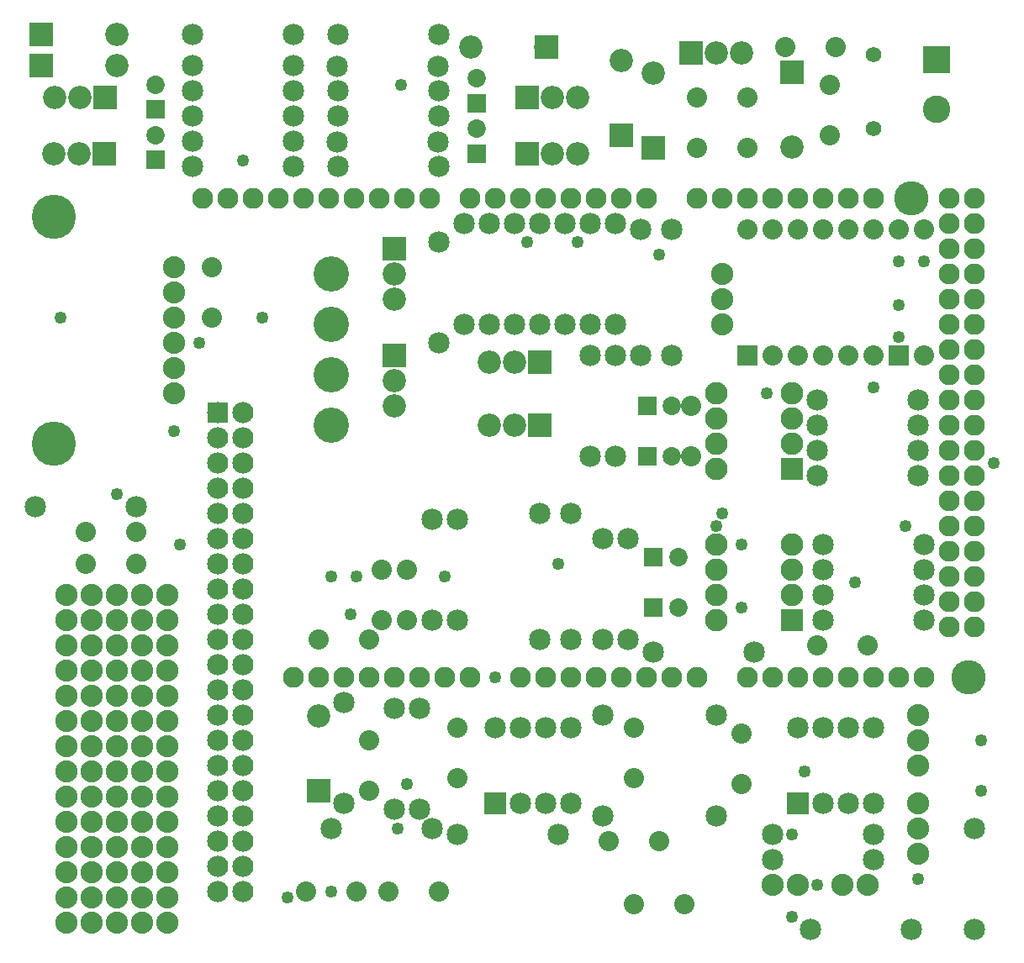
<source format=gbs>
G04 MADE WITH FRITZING*
G04 WWW.FRITZING.ORG*
G04 DOUBLE SIDED*
G04 HOLES PLATED*
G04 CONTOUR ON CENTER OF CONTOUR VECTOR*
%ASAXBY*%
%FSLAX23Y23*%
%MOIN*%
%OFA0B0*%
%SFA1.0B1.0*%
%ADD10C,0.049370*%
%ADD11C,0.080000*%
%ADD12C,0.085000*%
%ADD13C,0.088000*%
%ADD14C,0.140000*%
%ADD15C,0.084000*%
%ADD16C,0.082917*%
%ADD17C,0.135984*%
%ADD18C,0.175354*%
%ADD19C,0.092000*%
%ADD20C,0.061496*%
%ADD21C,0.089370*%
%ADD22C,0.072992*%
%ADD23C,0.109055*%
%ADD24R,0.080000X0.080000*%
%ADD25R,0.085000X0.085000*%
%ADD26R,0.084000X0.084000*%
%ADD27R,0.092000X0.092000*%
%ADD28R,0.089370X0.089370*%
%ADD29R,0.072992X0.072992*%
%ADD30R,0.109055X0.109055*%
%LNMASK0*%
G90*
G70*
G54D10*
X3491Y2878D03*
X3491Y2703D03*
X3491Y2578D03*
X3066Y603D03*
X3116Y853D03*
X3591Y2878D03*
X2216Y2953D03*
X2016Y2953D03*
X966Y2653D03*
X716Y2553D03*
X391Y1953D03*
X616Y2203D03*
X641Y1753D03*
X2866Y1753D03*
X2966Y2353D03*
X3391Y2378D03*
X1502Y628D03*
G54D11*
X3591Y3003D03*
X3591Y2503D03*
X3491Y3003D03*
X3491Y2503D03*
X3391Y3003D03*
X3391Y2503D03*
X3291Y3003D03*
X3291Y2503D03*
X3191Y3003D03*
X3191Y2503D03*
X3091Y3003D03*
X3091Y2503D03*
X2991Y3003D03*
X2991Y2503D03*
X2891Y3003D03*
X2891Y2503D03*
G54D10*
X3866Y2078D03*
X1516Y3578D03*
X3166Y403D03*
X3816Y978D03*
X3816Y778D03*
X891Y3278D03*
X1541Y803D03*
X1891Y1228D03*
G54D12*
X3791Y228D03*
X3791Y628D03*
X3141Y228D03*
X3541Y228D03*
G54D13*
X191Y1553D03*
X291Y1553D03*
X391Y1553D03*
X491Y1553D03*
X591Y1553D03*
X191Y253D03*
X291Y253D03*
X391Y253D03*
X491Y253D03*
X591Y253D03*
X191Y853D03*
X191Y1153D03*
X191Y353D03*
X191Y1353D03*
X191Y1253D03*
X191Y1053D03*
X191Y753D03*
X191Y453D03*
X191Y953D03*
X191Y1453D03*
X191Y653D03*
X191Y553D03*
X291Y853D03*
X291Y1153D03*
X291Y353D03*
X291Y1353D03*
X291Y1253D03*
X291Y1053D03*
X291Y753D03*
X291Y453D03*
X291Y953D03*
X291Y1453D03*
X291Y653D03*
X291Y553D03*
X391Y853D03*
X391Y1153D03*
X391Y353D03*
X391Y1353D03*
X391Y1253D03*
X391Y1053D03*
X391Y753D03*
X391Y453D03*
X391Y953D03*
X391Y1453D03*
X391Y653D03*
X391Y553D03*
X491Y853D03*
X491Y1153D03*
X491Y353D03*
X491Y1353D03*
X491Y1253D03*
X491Y1053D03*
X491Y753D03*
X491Y453D03*
X491Y953D03*
X491Y1453D03*
X491Y653D03*
X491Y553D03*
X591Y353D03*
X591Y453D03*
X591Y553D03*
X591Y653D03*
X591Y753D03*
X591Y853D03*
X591Y953D03*
X591Y1053D03*
X591Y1153D03*
X591Y1253D03*
X591Y1353D03*
X591Y1453D03*
G54D12*
X1891Y728D03*
X1891Y1028D03*
X1991Y728D03*
X1991Y1028D03*
X2091Y728D03*
X2091Y1028D03*
X2191Y728D03*
X2191Y1028D03*
G54D14*
X1241Y2628D03*
X1241Y2828D03*
X1241Y2428D03*
X1241Y2228D03*
G54D10*
X1316Y1478D03*
X3316Y1603D03*
X2866Y1503D03*
X2141Y1678D03*
X1691Y1628D03*
X1241Y378D03*
X1066Y353D03*
X166Y2653D03*
X3566Y428D03*
X2541Y2903D03*
X3066Y278D03*
X2791Y1878D03*
X2766Y1828D03*
X1241Y1628D03*
X1341Y1628D03*
X3516Y1828D03*
G54D12*
X3091Y728D03*
X3091Y1028D03*
X3191Y728D03*
X3191Y1028D03*
X3291Y728D03*
X3291Y1028D03*
X3391Y728D03*
X3391Y1028D03*
G54D15*
X891Y2278D03*
X891Y2178D03*
X891Y2078D03*
X891Y1978D03*
X891Y1878D03*
X891Y1778D03*
X891Y1678D03*
X891Y1578D03*
X891Y1478D03*
X891Y1378D03*
X891Y1278D03*
X891Y1178D03*
X891Y1078D03*
X891Y978D03*
X891Y878D03*
X891Y778D03*
X891Y678D03*
X891Y578D03*
X891Y478D03*
X891Y378D03*
X791Y2278D03*
X791Y2178D03*
X791Y2078D03*
X791Y1978D03*
X791Y1878D03*
X791Y1778D03*
X791Y1678D03*
X791Y1578D03*
X791Y1478D03*
X791Y1378D03*
X791Y1278D03*
X791Y1178D03*
X791Y1078D03*
X791Y978D03*
X791Y878D03*
X791Y778D03*
X791Y678D03*
X791Y578D03*
X791Y478D03*
X791Y378D03*
G54D16*
X2991Y1228D03*
X1391Y1228D03*
X3091Y1228D03*
X3191Y1228D03*
X3291Y1228D03*
X3391Y1228D03*
X3691Y2628D03*
X3491Y1228D03*
X3591Y1228D03*
X1431Y3128D03*
X1991Y1228D03*
X2091Y1228D03*
X2191Y1228D03*
X2291Y1228D03*
X3691Y1828D03*
X2391Y1228D03*
X2491Y1228D03*
X2591Y1228D03*
X2691Y1228D03*
X2191Y3128D03*
X3691Y3028D03*
X3691Y2228D03*
X3691Y1428D03*
X1031Y3128D03*
X1791Y1228D03*
X1791Y3128D03*
X3691Y2828D03*
X3691Y2428D03*
X3691Y2028D03*
X3391Y3128D03*
X3691Y1628D03*
X3291Y3128D03*
X3191Y3128D03*
X3091Y3128D03*
X2991Y3128D03*
X2891Y3128D03*
X2791Y3128D03*
X2691Y3128D03*
X831Y3128D03*
X1231Y3128D03*
X1631Y3128D03*
X1191Y1228D03*
X1591Y1228D03*
X2391Y3128D03*
X1991Y3128D03*
X3691Y3128D03*
X3691Y2928D03*
X3691Y2728D03*
X3691Y2528D03*
X3691Y2328D03*
X3691Y2128D03*
X3691Y1928D03*
X3691Y1728D03*
X3691Y1528D03*
X731Y3128D03*
X931Y3128D03*
X1131Y3128D03*
X1331Y3128D03*
X1531Y3128D03*
X1091Y1228D03*
X1291Y1228D03*
X1491Y1228D03*
X1691Y1228D03*
X2491Y3128D03*
X2291Y3128D03*
X2091Y3128D03*
X1891Y3128D03*
X3791Y3128D03*
X3791Y3028D03*
X3791Y2928D03*
X3791Y2828D03*
X3791Y2728D03*
X3791Y2628D03*
X3791Y2528D03*
X3791Y2428D03*
X3791Y2328D03*
X3791Y2228D03*
X3791Y2128D03*
X3791Y2028D03*
X3791Y1928D03*
X3791Y1828D03*
X3791Y1728D03*
X3791Y1628D03*
X3791Y1528D03*
X3791Y1428D03*
X2891Y1228D03*
G54D17*
X3766Y1228D03*
X3541Y3128D03*
G54D18*
X141Y3053D03*
G54D19*
X1491Y2503D03*
X1491Y2403D03*
X1491Y2303D03*
X2066Y2478D03*
X1966Y2478D03*
X1866Y2478D03*
X1491Y2928D03*
X1491Y2828D03*
X1491Y2728D03*
X2066Y2228D03*
X1966Y2228D03*
X1866Y2228D03*
G54D11*
X1191Y1378D03*
X1391Y1378D03*
G54D12*
X1291Y728D03*
X1291Y1128D03*
G54D19*
X2516Y3328D03*
X2516Y3626D03*
G54D12*
X466Y1903D03*
X66Y1903D03*
G54D18*
X141Y2153D03*
G54D13*
X616Y2853D03*
X616Y2753D03*
X616Y2653D03*
X616Y2553D03*
X616Y2453D03*
X616Y2353D03*
X3566Y528D03*
X3566Y628D03*
X3566Y728D03*
X3566Y1078D03*
X3566Y978D03*
X3566Y878D03*
X2791Y2828D03*
X2791Y2728D03*
X2791Y2628D03*
G54D12*
X2991Y603D03*
X3391Y603D03*
X2991Y503D03*
X3391Y503D03*
G54D13*
X2991Y403D03*
X3091Y403D03*
X3266Y403D03*
X3366Y403D03*
G54D12*
X3591Y1453D03*
X3191Y1453D03*
X2366Y3028D03*
X2366Y2628D03*
X2266Y3028D03*
X2266Y2628D03*
X3566Y2028D03*
X3166Y2028D03*
X3591Y1753D03*
X3191Y1753D03*
X2166Y3028D03*
X2166Y2628D03*
X1666Y2953D03*
X1666Y2553D03*
X3566Y2328D03*
X3166Y2328D03*
G54D19*
X2666Y3703D03*
X2766Y3703D03*
X2866Y3703D03*
G54D11*
X3041Y3728D03*
X3241Y3728D03*
X2891Y3528D03*
X2891Y3328D03*
X3216Y3378D03*
X3216Y3578D03*
X2691Y3528D03*
X2691Y3328D03*
G54D19*
X3066Y3628D03*
X3066Y3330D03*
G54D20*
X3391Y3403D03*
X3391Y3698D03*
G54D21*
X3066Y1453D03*
X2766Y1453D03*
X3066Y1553D03*
X2766Y1553D03*
X3066Y1653D03*
X2766Y1653D03*
X3066Y1753D03*
X2766Y1753D03*
X3066Y2053D03*
X2766Y2053D03*
X3066Y2153D03*
X2766Y2153D03*
X3066Y2253D03*
X2766Y2253D03*
X3066Y2353D03*
X2766Y2353D03*
G54D12*
X3591Y1553D03*
X3191Y1553D03*
X1866Y3028D03*
X1866Y2628D03*
X1966Y3028D03*
X1966Y2628D03*
X3566Y2128D03*
X3166Y2128D03*
X3591Y1653D03*
X3191Y1653D03*
X2066Y3028D03*
X2066Y2628D03*
X1766Y3028D03*
X1766Y2628D03*
X3566Y2228D03*
X3166Y2228D03*
G54D11*
X3366Y1353D03*
X3166Y1353D03*
G54D12*
X2066Y1378D03*
X2066Y1878D03*
G54D11*
X2666Y2103D03*
X2666Y2303D03*
G54D12*
X2591Y2503D03*
X2591Y3003D03*
X2191Y1878D03*
X2191Y1378D03*
X2466Y3003D03*
X2466Y2503D03*
X2416Y1778D03*
X2416Y1378D03*
X2266Y2103D03*
X2266Y2503D03*
X2316Y1778D03*
X2316Y1378D03*
X2366Y2103D03*
X2366Y2503D03*
G54D22*
X2518Y1703D03*
X2616Y1703D03*
X2493Y2303D03*
X2591Y2303D03*
X2518Y1503D03*
X2616Y1503D03*
X2493Y2103D03*
X2591Y2103D03*
G54D12*
X1741Y1853D03*
X1741Y1453D03*
X2141Y603D03*
X1741Y603D03*
X1641Y628D03*
X1241Y628D03*
G54D11*
X1741Y828D03*
X1741Y1028D03*
X1666Y378D03*
X1466Y378D03*
X1391Y778D03*
X1391Y978D03*
X1341Y378D03*
X1141Y378D03*
G54D12*
X1591Y703D03*
X1591Y1103D03*
X1491Y703D03*
X1491Y1103D03*
G54D19*
X1191Y778D03*
X1191Y1076D03*
G54D11*
X2866Y803D03*
X2866Y1003D03*
X266Y1678D03*
X466Y1678D03*
X2441Y828D03*
X2441Y1028D03*
X766Y2853D03*
X766Y2653D03*
X266Y1803D03*
X466Y1803D03*
X2341Y578D03*
X2541Y578D03*
X2641Y328D03*
X2441Y328D03*
G54D12*
X2766Y678D03*
X2766Y1078D03*
X2316Y678D03*
X2316Y1078D03*
X2916Y1328D03*
X2516Y1328D03*
G54D11*
X1441Y1453D03*
X1441Y1653D03*
X1541Y1653D03*
X1541Y1453D03*
G54D12*
X1641Y1853D03*
X1641Y1453D03*
X1091Y3253D03*
X691Y3253D03*
X1266Y3253D03*
X1666Y3253D03*
X1091Y3553D03*
X691Y3553D03*
X1266Y3553D03*
X1666Y3553D03*
G54D22*
X542Y3281D03*
X542Y3379D03*
X1816Y3305D03*
X1816Y3403D03*
X542Y3481D03*
X542Y3579D03*
X1816Y3505D03*
X1816Y3603D03*
G54D19*
X91Y3653D03*
X389Y3653D03*
X2091Y3728D03*
X1793Y3728D03*
X91Y3778D03*
X389Y3778D03*
X2391Y3378D03*
X2391Y3676D03*
X341Y3303D03*
X241Y3303D03*
X141Y3303D03*
X2016Y3303D03*
X2116Y3303D03*
X2216Y3303D03*
X342Y3529D03*
X242Y3529D03*
X142Y3529D03*
X2016Y3528D03*
X2116Y3528D03*
X2216Y3528D03*
G54D12*
X1091Y3353D03*
X691Y3353D03*
X1265Y3352D03*
X1665Y3352D03*
X1091Y3653D03*
X691Y3653D03*
X1265Y3652D03*
X1665Y3652D03*
X1091Y3453D03*
X691Y3453D03*
X1266Y3453D03*
X1666Y3453D03*
X1091Y3778D03*
X691Y3778D03*
X1266Y3778D03*
X1666Y3778D03*
G54D23*
X3641Y3678D03*
X3641Y3481D03*
G54D24*
X2891Y2503D03*
X3491Y2503D03*
G54D25*
X1891Y728D03*
X3091Y728D03*
G54D26*
X791Y2278D03*
G54D27*
X1491Y2503D03*
X2066Y2478D03*
X1491Y2928D03*
X2066Y2228D03*
X2516Y3327D03*
X2666Y3703D03*
X3066Y3629D03*
G54D28*
X3066Y1453D03*
X3066Y2053D03*
G54D29*
X2518Y1703D03*
X2493Y2303D03*
X2518Y1503D03*
X2493Y2103D03*
G54D27*
X1191Y777D03*
G54D29*
X542Y3281D03*
X1816Y3305D03*
X542Y3481D03*
X1816Y3505D03*
G54D27*
X90Y3653D03*
X2092Y3728D03*
X90Y3778D03*
X2391Y3377D03*
X341Y3303D03*
X2016Y3303D03*
X342Y3529D03*
X2016Y3528D03*
G54D30*
X3641Y3678D03*
G04 End of Mask0*
M02*
</source>
